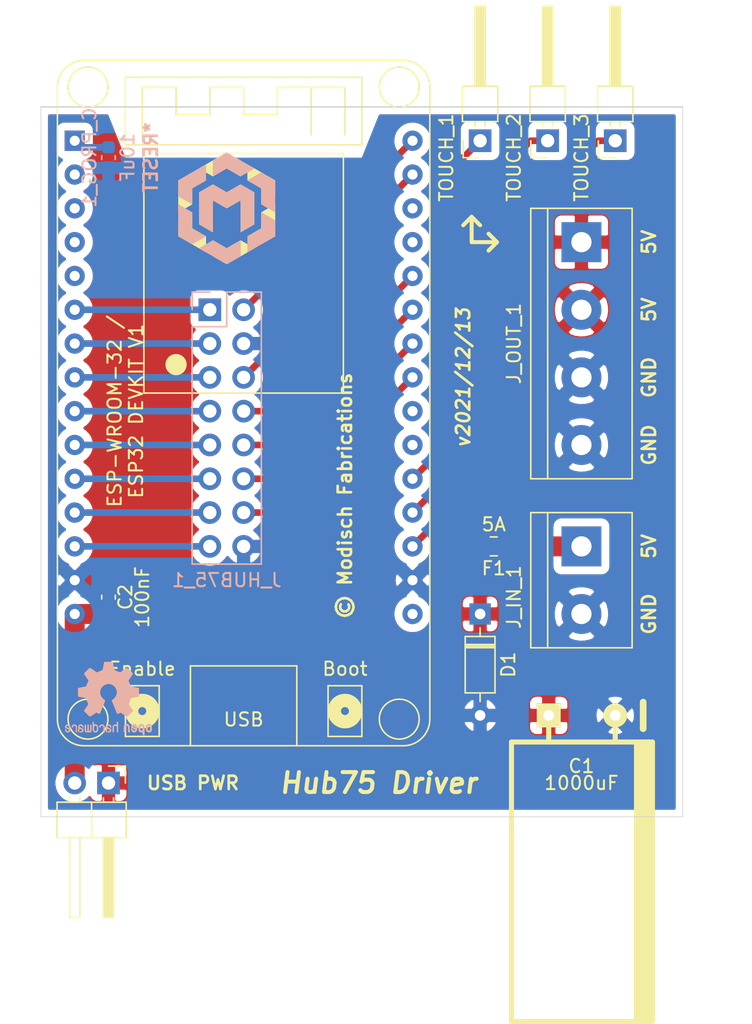
<source format=kicad_pcb>
(kicad_pcb (version 20171130) (host pcbnew "(5.1.12)-1")
  (layers (0 F.Cu signal) (31 B.Cu signal) (34 B.Paste user) (35 F.Paste user) (36 B.SilkS user) (37 F.SilkS user) (38 B.Mask user) (39 F.Mask user) (44 Edge.Cuts user))
  (net 0 "")
  (net 1 +5V)
  (net 2 "Net-(F1-Pad1)")
  (net 3 GND)
  (net 4 /LAT)
  (net 5 /D)
  (net 6 /B)
  (net 7 /E)
  (net 8 /G2)
  (net 9 /G1)
  (net 10 /OE)
  (net 11 /CLK)
  (net 12 /C)
  (net 13 /A)
  (net 14 /B2)
  (net 15 /R2)
  (net 16 /B1)
  (net 17 /R1)
  (net 18 "Net-(TOUCH_1-Pad1)")
  (net 19 "Net-(TOUCH_2-Pad1)")
  (net 20 "Net-(TOUCH_3-Pad1)")
  (net 21 "Net-(C2-Pad1)")
  (net 22 "Net-(C_PROG_1-Pad1)")
  (module Capacitor_SMD:C_0603_1608Metric (layer B.Cu) (at 213.36 29.21 270)
    (fp_text reference C_PROG_1 (at 0 1.43 270) (layer B.SilkS) (effects (justify mirror)))
    (fp_text value 10uF (at 0 -1.43 270) (layer B.SilkS) (effects (justify mirror)))
    (pad 2 smd roundrect (at 0.775 0 270) (size 0.9 0.95) (layers B.Cu B.Paste B.Mask) (net 3 GND))
    (pad 1 smd roundrect (at -0.775 0 270) (size 0.9 0.95) (layers B.Cu B.Paste B.Mask) (net 22 "Net-(C_PROG_1-Pad1)"))
  )
  (module Connector_PinSocket_2.54mm:PinSocket_2x08_P2.54mm_Vertical (layer B.Cu) (at 220.98 40.64 180)
    (fp_text reference J_HUB75_1 (at -1.27 -20.32) (layer B.SilkS) (effects (justify mirror)))
    (fp_text value Conn_02x08_Row_Letter_First)
    (pad 16 thru_hole oval (at -2.54 -17.78 180) (size 1.7 1.7) (drill 1) (layers *.Cu *.Mask) (net 3 GND))
    (pad 15 thru_hole oval (at 0 -17.78 180) (size 1.7 1.7) (drill 1) (layers *.Cu *.Mask) (net 10 /OE))
    (pad 14 thru_hole oval (at -2.54 -15.24 180) (size 1.7 1.7) (drill 1) (layers *.Cu *.Mask) (net 4 /LAT))
    (pad 13 thru_hole oval (at 0 -15.24 180) (size 1.7 1.7) (drill 1) (layers *.Cu *.Mask) (net 11 /CLK))
    (pad 12 thru_hole oval (at -2.54 -12.7 180) (size 1.7 1.7) (drill 1) (layers *.Cu *.Mask) (net 5 /D))
    (pad 11 thru_hole oval (at 0 -12.7 180) (size 1.7 1.7) (drill 1) (layers *.Cu *.Mask) (net 12 /C))
    (pad 10 thru_hole oval (at -2.54 -10.16 180) (size 1.7 1.7) (drill 1) (layers *.Cu *.Mask) (net 6 /B))
    (pad 9 thru_hole oval (at 0 -10.16 180) (size 1.7 1.7) (drill 1) (layers *.Cu *.Mask) (net 13 /A))
    (pad 8 thru_hole oval (at -2.54 -7.62 180) (size 1.7 1.7) (drill 1) (layers *.Cu *.Mask) (net 7 /E))
    (pad 7 thru_hole oval (at 0 -7.62 180) (size 1.7 1.7) (drill 1) (layers *.Cu *.Mask) (net 14 /B2))
    (pad 6 thru_hole oval (at -2.54 -5.08 180) (size 1.7 1.7) (drill 1) (layers *.Cu *.Mask) (net 8 /G2))
    (pad 5 thru_hole oval (at 0 -5.08 180) (size 1.7 1.7) (drill 1) (layers *.Cu *.Mask) (net 15 /R2))
    (pad 4 thru_hole oval (at -2.54 -2.54 180) (size 1.7 1.7) (drill 1) (layers *.Cu *.Mask) (net 3 GND))
    (pad 3 thru_hole oval (at 0 -2.54 180) (size 1.7 1.7) (drill 1) (layers *.Cu *.Mask) (net 16 /B1))
    (pad 2 thru_hole oval (at -2.54 0 180) (size 1.7 1.7) (drill 1) (layers *.Cu *.Mask) (net 9 /G1))
    (pad 1 thru_hole rect (at 0 0 180) (size 1.7 1.7) (drill 1) (layers *.Cu *.Mask) (net 17 /R1))
  )
  (module Symbol:OSHW-Logo2_7.3x6mm_SilkScreen (layer B.Cu) (at 213.36 69.85 180)
    (fp_text reference LOGO1 hide)
    (fp_text value Logo_Open_Hardware_Small hide)
  )
  (module "MF custom:mf_logo_10mm" (layer F.Cu) (at 222.25 33.02)
    (fp_text reference L2 hide)
    (fp_text value MF_Logo hide)
  )
  (module Capacitor_SMD:C_0603_1608Metric (layer F.Cu) (at 213.36 62.23 90)
    (fp_text reference C2 (at 0 1.27 90) (layer F.SilkS))
    (fp_text value 100nF (at 0 2.54 90) (layer F.SilkS))
    (pad 2 smd roundrect (at 0.775 0 90) (size 0.9 0.95) (layers F.Cu F.Paste F.Mask) (net 3 GND))
    (pad 1 smd roundrect (at -0.775 0 90) (size 0.9 0.95) (layers F.Cu F.Paste F.Mask) (net 21 "Net-(C2-Pad1)"))
  )
  (module "MF custom:mf_logo_10mm" (layer B.Cu) (at 222.25 33.02 180)
    (fp_text reference L1 hide)
    (fp_text value MF_Logo hide)
  )
  (module Diode_THT:D_DO-35_SOD27_P7.62mm_Horizontal (layer F.Cu) (at 241.3 63.5 270)
    (fp_text reference D1 (at 3.81 -2.12 90) (layer F.SilkS))
    (fp_text value POLARITY_PROTECTION)
    (pad 2 thru_hole oval (at 7.62 0 270) (size 1.6 1.6) (drill 0.8) (layers *.Cu *.Mask) (net 3 GND))
    (pad 1 thru_hole rect (at 0 0 270) (size 1.6 1.6) (drill 0.8) (layers *.Cu *.Mask) (net 1 +5V))
  )
  (module Connector_PinHeader_2.54mm:PinHeader_1x02_P2.54mm_Horizontal (layer F.Cu) (at 213.36 76.2 270)
    (fp_text reference J_VCC_BREAKER_1 hide)
    (fp_text value Conn_01x02_Male)
    (pad 2 thru_hole oval (at 0 2.54 270) (size 1.7 1.7) (drill 1) (layers *.Cu *.Mask) (net 21 "Net-(C2-Pad1)"))
    (pad 1 thru_hole rect (at 0 0 270) (size 1.7 1.7) (drill 1) (layers *.Cu *.Mask) (net 1 +5V))
  )
  (module Connector_PinHeader_2.54mm:PinHeader_1x01_P2.54mm_Horizontal (layer F.Cu) (at 251.46 27.94 90)
    (fp_text reference TOUCH_3 (at -1.27 -2.54 90) (layer F.SilkS))
    (fp_text value Conn_01x01_Male)
    (pad 1 thru_hole rect (at 0 0 90) (size 1.7 1.7) (drill 1) (layers *.Cu *.Mask) (net 20 "Net-(TOUCH_3-Pad1)"))
  )
  (module Connector_PinHeader_2.54mm:PinHeader_1x01_P2.54mm_Horizontal (layer F.Cu) (at 246.38 27.94 90)
    (fp_text reference TOUCH_2 (at -1.27 -2.54 90) (layer F.SilkS))
    (fp_text value Conn_01x01_Male)
    (pad 1 thru_hole rect (at 0 0 90) (size 1.7 1.7) (drill 1) (layers *.Cu *.Mask) (net 19 "Net-(TOUCH_2-Pad1)"))
  )
  (module Connector_PinHeader_2.54mm:PinHeader_1x01_P2.54mm_Horizontal (layer F.Cu) (at 241.3 27.94 90)
    (fp_text reference TOUCH_1 (at -1.27 -2.54 90) (layer F.SilkS))
    (fp_text value Conn_01x01_Male)
    (pad 1 thru_hole rect (at 0 0 90) (size 1.7 1.7) (drill 1) (layers *.Cu *.Mask) (net 18 "Net-(TOUCH_1-Pad1)"))
  )
  (module w_capacitors:CP_10x20mm_hor (layer F.Cu) (at 248.96 82.42 270)
    (fp_text reference C1 (at -7.49 0.04 180) (layer F.SilkS))
    (fp_text value 1000uF (at -6.22 0.04 180) (layer F.SilkS))
    (pad 1 thru_hole rect (at -11.3 2.5 270) (size 1.8 1.8) (drill 0.8) (layers *.Cu *.Mask F.SilkS) (net 1 +5V))
    (pad 2 thru_hole circle (at -11.3 -2.5 270) (size 1.8 1.8) (drill 0.8) (layers *.Cu *.Mask F.SilkS) (net 3 GND))
  )
  (module Fuse:Fuse_0805_2012Metric_Pad1.15x1.40mm_HandSolder (layer F.Cu) (at 242.325 58.42 180)
    (fp_text reference F1 (at 0 -1.65) (layer F.SilkS))
    (fp_text value 5A (at 0 1.65) (layer F.SilkS))
    (pad 2 smd roundrect (at 1.025 0 180) (size 1.15 1.4) (layers F.Cu F.Paste F.Mask) (roundrect_rratio 0.2173904347826087) (net 1 +5V))
    (pad 1 smd roundrect (at -1.025 0 180) (size 1.15 1.4) (layers F.Cu F.Paste F.Mask) (roundrect_rratio 0.2173904347826087) (net 2 "Net-(F1-Pad1)"))
  )
  (module TerminalBlock:TerminalBlock_bornier-4_P5.08mm (layer F.Cu) (at 248.92 35.56 270)
    (fp_text reference J_OUT_1 (at 7.62 5.08 90) (layer F.SilkS))
    (fp_text value Screw_Terminal_01x04)
    (pad 4 thru_hole circle (at 15.24 0 270) (size 3 3) (drill 1.52) (layers *.Cu *.Mask) (net 3 GND))
    (pad 1 thru_hole rect (at 0 0 270) (size 3 3) (drill 1.52) (layers *.Cu *.Mask) (net 1 +5V))
    (pad 3 thru_hole circle (at 10.16 0 270) (size 3 3) (drill 1.52) (layers *.Cu *.Mask) (net 3 GND))
    (pad 2 thru_hole circle (at 5.08 0 270) (size 3 3) (drill 1.52) (layers *.Cu *.Mask) (net 1 +5V))
  )
  (module ESP32_DevKit_V1_DOIT:esp32_devkit_v1_doit (layer F.Cu) (at 223.52 27.94)
    (fp_text reference U1 hide)
    (fp_text value ESP32_DevKit_V1_DOIT)
    (fp_text user Enable (at -7.62 39.68) (layer F.SilkS))
    (fp_text user Boot (at 7.62 39.68) (layer F.SilkS))
    (fp_text user USB (at 0 43.49) (layer F.SilkS))
    (pad 30 thru_hole circle (at 12.7 0) (size 1.524 1.524) (drill 0.762) (layers *.Cu *.Mask) (net 9 /G1))
    (pad 29 thru_hole circle (at 12.7 2.54) (size 1.524 1.524) (drill 0.762) (layers *.Cu *.Mask) (net 8 /G2))
    (pad 28 thru_hole circle (at 12.7 5.08) (size 1.524 1.524) (drill 0.762) (layers *.Cu *.Mask))
    (pad 27 thru_hole circle (at 12.7 7.62) (size 1.524 1.524) (drill 0.762) (layers *.Cu *.Mask))
    (pad 26 thru_hole circle (at 12.7 10.16) (size 1.524 1.524) (drill 0.762) (layers *.Cu *.Mask) (net 7 /E))
    (pad 25 thru_hole circle (at 12.7 12.7) (size 1.524 1.524) (drill 0.762) (layers *.Cu *.Mask) (net 6 /B))
    (pad 24 thru_hole circle (at 12.7 15.24) (size 1.524 1.524) (drill 0.762) (layers *.Cu *.Mask) (net 5 /D))
    (pad 23 thru_hole circle (at 12.7 17.78) (size 1.524 1.524) (drill 0.762) (layers *.Cu *.Mask) (net 4 /LAT))
    (pad 22 thru_hole circle (at 12.7 20.32) (size 1.524 1.524) (drill 0.762) (layers *.Cu *.Mask))
    (pad 21 thru_hole circle (at 12.7 22.86) (size 1.524 1.524) (drill 0.762) (layers *.Cu *.Mask))
    (pad 20 thru_hole circle (at 12.7 25.4) (size 1.524 1.524) (drill 0.762) (layers *.Cu *.Mask) (net 18 "Net-(TOUCH_1-Pad1)"))
    (pad 19 thru_hole circle (at 12.7 27.94) (size 1.524 1.524) (drill 0.762) (layers *.Cu *.Mask) (net 19 "Net-(TOUCH_2-Pad1)"))
    (pad 18 thru_hole circle (at 12.7 30.48) (size 1.524 1.524) (drill 0.762) (layers *.Cu *.Mask) (net 20 "Net-(TOUCH_3-Pad1)"))
    (pad 17 thru_hole circle (at 12.7 33.02) (size 1.524 1.524) (drill 0.762) (layers *.Cu *.Mask) (net 3 GND))
    (pad 16 thru_hole circle (at 12.7 35.56) (size 1.524 1.524) (drill 0.762) (layers *.Cu *.Mask))
    (pad 15 thru_hole circle (at -12.7 35.56) (size 1.524 1.524) (drill 0.762) (layers *.Cu *.Mask) (net 21 "Net-(C2-Pad1)"))
    (pad 14 thru_hole circle (at -12.7 33.02) (size 1.524 1.524) (drill 0.762) (layers *.Cu *.Mask) (net 3 GND))
    (pad 13 thru_hole circle (at -12.7 30.48) (size 1.524 1.524) (drill 0.762) (layers *.Cu *.Mask) (net 10 /OE))
    (pad 12 thru_hole circle (at -12.7 27.94) (size 1.524 1.524) (drill 0.762) (layers *.Cu *.Mask) (net 11 /CLK))
    (pad 11 thru_hole circle (at -12.7 25.4) (size 1.524 1.524) (drill 0.762) (layers *.Cu *.Mask) (net 12 /C))
    (pad 10 thru_hole circle (at -12.7 22.86) (size 1.524 1.524) (drill 0.762) (layers *.Cu *.Mask) (net 13 /A))
    (pad 9 thru_hole circle (at -12.7 20.32) (size 1.524 1.524) (drill 0.762) (layers *.Cu *.Mask) (net 14 /B2))
    (pad 8 thru_hole circle (at -12.7 17.78) (size 1.524 1.524) (drill 0.762) (layers *.Cu *.Mask) (net 15 /R2))
    (pad 7 thru_hole circle (at -12.7 15.24) (size 1.524 1.524) (drill 0.762) (layers *.Cu *.Mask) (net 16 /B1))
    (pad 6 thru_hole circle (at -12.7 12.7) (size 1.524 1.524) (drill 0.762) (layers *.Cu *.Mask) (net 17 /R1))
    (pad 5 thru_hole circle (at -12.7 10.16) (size 1.524 1.524) (drill 0.762) (layers *.Cu *.Mask))
    (pad 4 thru_hole circle (at -12.7 7.62) (size 1.524 1.524) (drill 0.762) (layers *.Cu *.Mask))
    (pad 3 thru_hole circle (at -12.7 5.08) (size 1.524 1.524) (drill 0.762) (layers *.Cu *.Mask))
    (pad 2 thru_hole circle (at -12.7 2.54) (size 1.524 1.524) (drill 0.762) (layers *.Cu *.Mask))
    (pad 1 thru_hole rect (at -12.7 0) (size 1.524 1.524) (drill 0.762) (layers *.Cu *.Mask) (net 22 "Net-(C_PROG_1-Pad1)"))
  )
  (module TerminalBlock:TerminalBlock_bornier-2_P5.08mm (layer F.Cu) (at 248.92 58.42 270)
    (fp_text reference J_IN_1 (at 3.81 5.08 90) (layer F.SilkS))
    (fp_text value Screw_Terminal_01x02)
    (pad 2 thru_hole circle (at 5.08 0 270) (size 3 3) (drill 1.52) (layers *.Cu *.Mask) (net 3 GND))
    (pad 1 thru_hole rect (at 0 0 270) (size 3 3) (drill 1.52) (layers *.Cu *.Mask) (net 2 "Net-(F1-Pad1)"))
  )
  (gr_text *RESET (at 216.535 29.21 90) (layer B.SilkS) (effects (font (size 1 1) (thickness 0.2)) (justify mirror)))
  (gr_text 5V (at 254 40.64 90) (layer F.SilkS) (effects (font (size 1 1) (thickness 0.2))))
  (gr_text 5V (at 254 35.56 90) (layer F.SilkS) (effects (font (size 1 1) (thickness 0.2))))
  (gr_text GND (at 254 45.72 90) (layer F.SilkS) (effects (font (size 1 1) (thickness 0.2))))
  (gr_text GND (at 254 50.8 90) (layer F.SilkS) (effects (font (size 1 1) (thickness 0.2))))
  (gr_line (start 242.57 35.56) (end 241.935 34.925) (layer F.SilkS) (width 0.3))
  (gr_line (start 240.665 35.56) (end 242.57 35.56) (layer F.SilkS) (width 0.3))
  (gr_line (start 242.57 35.56) (end 241.935 36.195) (layer F.SilkS) (width 0.3))
  (gr_line (start 240.665 35.56) (end 240.665 33.655) (layer F.SilkS) (width 0.3))
  (gr_line (start 240.665 33.655) (end 241.3 34.29) (layer F.SilkS) (width 0.3))
  (gr_line (start 240.665 33.655) (end 240.03 34.29) (layer F.SilkS) (width 0.3))
  (gr_text "ESP-WROOM-32 /\nESP32 DEVKIT V1" (at 214.63 48.26 90) (layer F.SilkS) (effects (font (size 1 1))))
  (gr_text "USB PWR" (at 219.71 76.2) (layer F.SilkS) (effects (font (size 1 1) (thickness 0.2))))
  (gr_text 5V (at 254 58.42 90) (layer F.SilkS) (effects (font (size 1 1) (thickness 0.2))))
  (gr_text GND (at 254 63.5 90) (layer F.SilkS) (effects (font (size 1 1) (thickness 0.2))))
  (gr_text v2021/12/13 (at 240.03 45.72 90) (layer F.SilkS) (effects (font (size 1 1) (thickness 0.2) italic)))
  (gr_text "Hub75 Driver" (at 233.68 76.2) (layer F.SilkS) (effects (font (size 1.5 1.5) (thickness 0.3) italic)))
  (gr_text "© Modisch Fabrications" (at 231.14 54.61 90) (layer F.SilkS) (effects (font (size 1 1) (thickness 0.2))))
  (gr_line (start 208.28 78.74) (end 256.54 78.74) (layer Edge.Cuts) (width 0.05))
  (gr_line (start 208.28 25.4) (end 208.28 78.74) (layer Edge.Cuts) (width 0.05))
  (gr_line (start 256.54 25.4) (end 256.54 78.74) (layer Edge.Cuts) (width 0.05))
  (gr_line (start 208.28 25.4) (end 256.54 25.4) (layer Edge.Cuts) (width 0.1))
  (segment (start 248.92 58.42) (end 243.35 58.42) (width 1.5) (layer F.Cu) (net 2))
  (segment (start 212.865 60.96) (end 213.10999 61.20499) (width 1.5) (layer F.Cu) (net 3))
  (segment (start 210.82 60.96) (end 212.865 60.96) (width 1.5) (layer F.Cu) (net 3))
  (segment (start 226.06 55.88) (end 236.22 45.72) (width 0.5) (layer F.Cu) (net 4))
  (segment (start 223.52 55.88) (end 226.06 55.88) (width 0.5) (layer F.Cu) (net 4))
  (segment (start 226.06 53.34) (end 236.22 43.18) (width 0.5) (layer F.Cu) (net 5))
  (segment (start 223.52 53.34) (end 226.06 53.34) (width 0.5) (layer F.Cu) (net 5))
  (segment (start 226.06 50.8) (end 236.22 40.64) (width 0.5) (layer F.Cu) (net 6))
  (segment (start 223.52 50.8) (end 226.06 50.8) (width 0.5) (layer F.Cu) (net 6))
  (segment (start 226.06 48.26) (end 236.22 38.1) (width 0.5) (layer F.Cu) (net 7))
  (segment (start 223.52 48.26) (end 226.06 48.26) (width 0.5) (layer F.Cu) (net 7))
  (segment (start 236.22 30.930238) (end 236.22 30.48) (width 0.5) (layer B.Cu) (net 8))
  (segment (start 225.220001 41.479999) (end 236.22 30.48) (width 0.5) (layer F.Cu) (net 8))
  (segment (start 225.220001 44.019999) (end 225.220001 41.479999) (width 0.5) (layer F.Cu) (net 8))
  (segment (start 223.52 45.72) (end 225.220001 44.019999) (width 0.5) (layer F.Cu) (net 8))
  (segment (start 223.52 40.64) (end 236.22 27.94) (width 0.5) (layer F.Cu) (net 9))
  (segment (start 210.82 58.42) (end 220.98 58.42) (width 0.5) (layer B.Cu) (net 10))
  (segment (start 210.82 55.88) (end 220.98 55.88) (width 0.5) (layer B.Cu) (net 11))
  (segment (start 210.82 53.34) (end 220.98 53.34) (width 0.5) (layer B.Cu) (net 12))
  (segment (start 210.82 50.8) (end 220.98 50.8) (width 0.5) (layer B.Cu) (net 13))
  (segment (start 210.82 48.26) (end 220.98 48.26) (width 0.5) (layer B.Cu) (net 14))
  (segment (start 210.82 45.72) (end 220.98 45.72) (width 0.5) (layer B.Cu) (net 15))
  (segment (start 210.82 43.18) (end 220.98 43.18) (width 0.5) (layer B.Cu) (net 16))
  (segment (start 210.82 40.64) (end 220.98 40.64) (width 0.5) (layer B.Cu) (net 17))
  (segment (start 241.3 27.94) (end 238.76 30.48) (width 0.5) (layer F.Cu) (net 18))
  (segment (start 238.76 30.48) (end 238.76 50.8) (width 0.5) (layer F.Cu) (net 18))
  (segment (start 238.76 50.8) (end 236.22 53.34) (width 0.5) (layer F.Cu) (net 18))
  (segment (start 246.38 27.94) (end 245.11 27.94) (width 0.5) (layer F.Cu) (net 19))
  (segment (start 245.11 27.94) (end 241.3 31.75) (width 0.5) (layer F.Cu) (net 19))
  (segment (start 241.3 50.8) (end 236.22 55.88) (width 0.5) (layer F.Cu) (net 19))
  (segment (start 241.3 31.75) (end 241.3 50.8) (width 0.5) (layer F.Cu) (net 19))
  (segment (start 243.84 50.8) (end 236.22 58.42) (width 0.5) (layer F.Cu) (net 20))
  (segment (start 243.84 34.29) (end 243.84 50.8) (width 0.5) (layer F.Cu) (net 20))
  (segment (start 250.19 27.94) (end 243.84 34.29) (width 0.5) (layer F.Cu) (net 20))
  (segment (start 251.46 27.94) (end 250.19 27.94) (width 0.5) (layer F.Cu) (net 20))
  (segment (start 210.82 63.5) (end 210.82 76.2) (width 1.5) (layer F.Cu) (net 21))
  (segment (start 212.865 63.5) (end 213.060001 63.304999) (width 1.5) (layer F.Cu) (net 21))
  (segment (start 210.82 63.5) (end 212.865 63.5) (width 1.5) (layer F.Cu) (net 21))
  (segment (start 211.315 28.435) (end 210.82 27.94) (width 0.5) (layer B.Cu) (net 22))
  (segment (start 213.36 28.435) (end 211.315 28.435) (width 0.5) (layer B.Cu) (net 22))
  (zone (net 1) (net_name +5V) (layer F.Cu) (connect_pads (clearance 0.508)) (min_thickness 0.254) (fill yes (arc_segments 32) (thermal_gap 0.5) (thermal_bridge_width 1))
    (polygon (pts (xy 256.54 78.74) (xy 208.28 78.74) (xy 208.28 25.4) (xy 256.54 25.4)))
  )
  (zone (net 3) (net_name GND) (layer B.Cu) (connect_pads (clearance 0.508)) (min_thickness 0.254) (fill yes (arc_segments 32) (thermal_gap 0.5) (thermal_bridge_width 1))
    (polygon (pts (xy 256.54 78.74) (xy 208.28 78.74) (xy 208.28 25.4) (xy 256.54 25.4)))
  )
  (zone (net 0) (net_name "") (layers F&B.Cu) (connect_pads (clearance 0.508)) (min_thickness 0.254)
    (keepout (tracks not_allowed) (vias not_allowed) (copperpour not_allowed))
    (fill (arc_segments 32) (thermal_gap 0.5) (thermal_bridge_width 1))
    (polygon (pts (xy 232.41 29.21) (xy 214.63 29.21) (xy 212.09 22.86) (xy 234.95 22.86)))
  )
)
</source>
